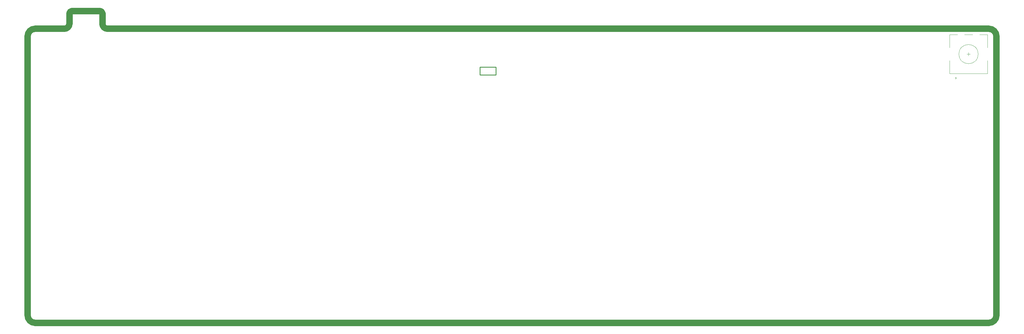
<source format=gbr>
G04 #@! TF.GenerationSoftware,KiCad,Pcbnew,(5.1.10)-1*
G04 #@! TF.CreationDate,2021-11-07T22:26:58+07:00*
G04 #@! TF.ProjectId,averange65,61766572-616e-4676-9536-352e6b696361,rev?*
G04 #@! TF.SameCoordinates,Original*
G04 #@! TF.FileFunction,Legend,Top*
G04 #@! TF.FilePolarity,Positive*
%FSLAX46Y46*%
G04 Gerber Fmt 4.6, Leading zero omitted, Abs format (unit mm)*
G04 Created by KiCad (PCBNEW (5.1.10)-1) date 2021-11-07 22:26:58*
%MOMM*%
%LPD*%
G01*
G04 APERTURE LIST*
%ADD10C,2.000000*%
%ADD11C,0.250000*%
%ADD12C,0.120000*%
G04 APERTURE END LIST*
D10*
X290115983Y-94489691D02*
G75*
G02*
X287750666Y-96853516I-2381190J17375D01*
G01*
X9540845Y777716D02*
G75*
G02*
X10318451Y1I-15986J-793590D01*
G01*
X10318689Y-3206759D02*
X10318451Y1D01*
X-13097013Y-7144458D02*
G75*
G02*
X-10738031Y-4778490I2381205J-15181D01*
G01*
X-13097061Y-7175516D02*
X-13097061Y-94456442D01*
X-10731682Y-96853569D02*
G75*
G02*
X-13097061Y-94456442I15874J2381253D01*
G01*
X-10731681Y-96853569D02*
X287750666Y-96853516D01*
X290115993Y-94488191D02*
X290115993Y-7143764D01*
X287752166Y-4778449D02*
G75*
G02*
X290115993Y-7143764I-17373J-2381190D01*
G01*
X287749396Y-4778427D02*
X11888970Y-4778295D01*
X11891510Y-4778319D02*
G75*
G02*
X10318689Y-3206759I14602J1587435D01*
G01*
X9540733Y777718D02*
X777717Y777718D01*
X2Y112D02*
G75*
G02*
X777717Y777718I793590J-15986D01*
G01*
X0Y0D02*
X-238Y-3206759D01*
X-244Y-3207451D02*
G75*
G02*
X-1565439Y-4778231I-1587417J16567D01*
G01*
X-1565439Y-4778231D02*
X-10738031Y-4778490D01*
D11*
X128508149Y-19266223D02*
X128508149Y-16766223D01*
X133508149Y-19266223D02*
X128508149Y-19266223D01*
X133508149Y-16766223D02*
X133508149Y-19266223D01*
X128508149Y-16766223D02*
X133508149Y-16766223D01*
D12*
X281376149Y-13222223D02*
X281376149Y-12222223D01*
X280876149Y-12722223D02*
X281876149Y-12722223D01*
X284876149Y-6622223D02*
X287276149Y-6622223D01*
X280076149Y-6622223D02*
X282676149Y-6622223D01*
X275476149Y-6622223D02*
X277876149Y-6622223D01*
X277276149Y-19922223D02*
X277576149Y-20222223D01*
X277276149Y-20522223D02*
X277276149Y-19922223D01*
X277576149Y-20222223D02*
X277276149Y-20522223D01*
X275476149Y-18822223D02*
X287276149Y-18822223D01*
X275476149Y-14722223D02*
X275476149Y-18822223D01*
X287276149Y-14722223D02*
X287276149Y-18822223D01*
X287276149Y-6622223D02*
X287276149Y-10722223D01*
X275476149Y-10722223D02*
X275476149Y-6622223D01*
X284376149Y-12722223D02*
G75*
G03*
X284376149Y-12722223I-3000000J0D01*
G01*
M02*

</source>
